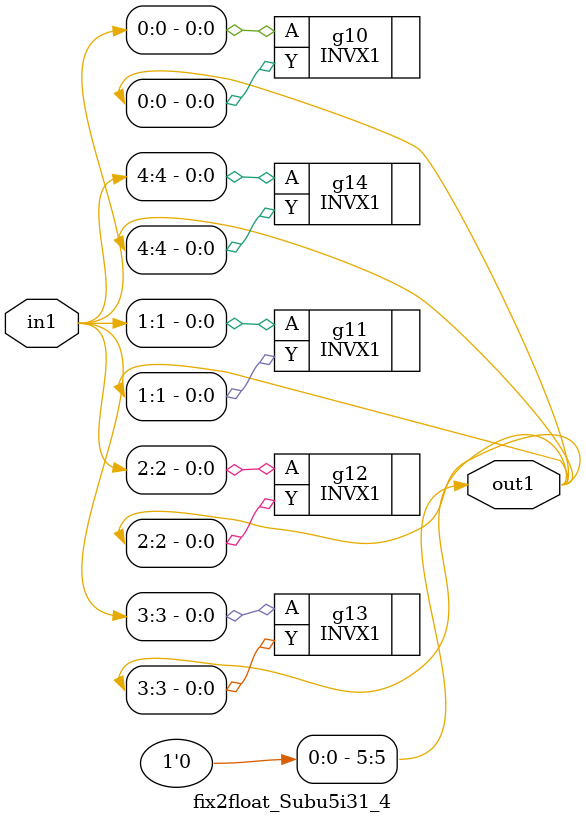
<source format=v>
`timescale 1ps / 1ps


module fix2float_Subu5i31_4(in1, out1);
  input [4:0] in1;
  output [5:0] out1;
  wire [4:0] in1;
  wire [5:0] out1;
  assign out1[5] = 1'b0;
  INVX1 g14(.A (in1[4]), .Y (out1[4]));
  INVX1 g13(.A (in1[3]), .Y (out1[3]));
  INVX1 g11(.A (in1[1]), .Y (out1[1]));
  INVX1 g10(.A (in1[0]), .Y (out1[0]));
  INVX1 g12(.A (in1[2]), .Y (out1[2]));
endmodule



</source>
